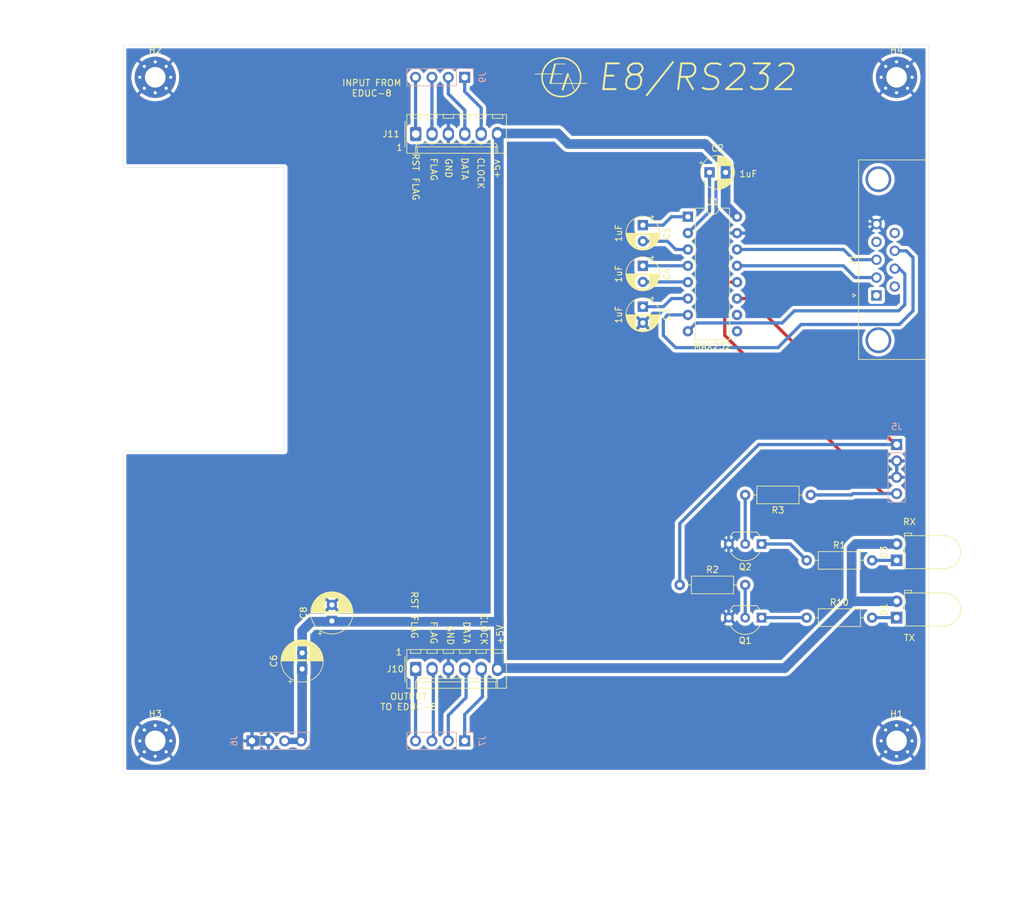
<source format=kicad_pcb>
(kicad_pcb (version 20211014) (generator pcbnew)
  (layers (0 "F.Cu" signal) (31 "B.Cu" signal) (34 "B.Paste" user) (35 "F.Paste" user) (36 "B.SilkS" user "B.Silkscreen") (37 "F.SilkS" user "F.Silkscreen") (38 "B.Mask" user) (39 "F.Mask" user) (44 "Edge.Cuts" user))
  (net 0 "")
  (net 2 "Net-(D1-Pad1)")
  (net 3 "+5V")
  (net 4 "GND")
  (net 5 "Net-(C1-Pad1)")
  (net 6 "Net-(C2-Pad1)")
  (net 7 "RX")
  (net 8 "TX")
  (net 9 "Net-(C4-Pad1)")
  (net 10 "rst")
  (net 11 "flag")
  (net 12 "data")
  (net 13 "clock")
  (net 14 "I_rst")
  (net 15 "I_flag")
  (net 16 "I_data")
  (net 17 "I_clock")
  (net 19 "Net-(C1-Pad2)")
  (net 20 "Net-(C3-Pad1)")
  (net 21 "Net-(C4-Pad2)")
  (net 22 "CTS")
  (net 23 "RTS")
  (net 25 "TX_D")
  (net 26 "RX_D")
  (net 30 "Net-(D3-Pad1)")
  (net 31 "Net-(Q1-Pad1)")
  (net 32 "Net-(Q1-Pad2)")
  (net 33 "Net-(Q2-Pad1)")
  (net 34 "Net-(Q2-Pad2)")
  (footprint "MountingHole:MountingHole_3.2mm_M3_Pad_Via" (layer "F.Cu") (at 150 128)
    (fp_text reference "H1" (at 0 -4.2) (layer "F.SilkS"))
    (fp_text value "M3")
    (pad "1" thru_hole circle locked (at 1.697056 -1.697056) (size 0.8 0.8) (drill 0.5) (layers *.Cu *.Mask) (net 4 "GND"))
    (pad "1" thru_hole circle locked (at 0 0) (size 6.4 6.4) (drill 3.2) (layers *.Cu *.Mask) (net 4 "GND"))
    (pad "1" thru_hole circle locked (at 2.4 0) (size 0.8 0.8) (drill 0.5) (layers *.Cu *.Mask) (net 4 "GND"))
    (pad "1" thru_hole circle locked (at 0 -2.4) (size 0.8 0.8) (drill 0.5) (layers *.Cu *.Mask) (net 4 "GND"))
    (pad "1" thru_hole circle locked (at -1.697056 -1.697056) (size 0.8 0.8) (drill 0.5) (layers *.Cu *.Mask) (net 4 "GND"))
    (pad "1" thru_hole circle locked (at 0 2.4) (size 0.8 0.8) (drill 0.5) (layers *.Cu *.Mask) (net 4 "GND"))
    (pad "1" thru_hole circle locked (at 1.697056 1.697056) (size 0.8 0.8) (drill 0.5) (layers *.Cu *.Mask) (net 4 "GND"))
    (pad "1" thru_hole circle locked (at -1.697056 1.697056) (size 0.8 0.8) (drill 0.5) (layers *.Cu *.Mask) (net 4 "GND"))
    (pad "1" thru_hole circle locked (at -2.4 0) (size 0.8 0.8) (drill 0.5) (layers *.Cu *.Mask) (net 4 "GND"))
  )
  (footprint "MountingHole:MountingHole_3.2mm_M3_Pad_Via" (layer "F.Cu") (at 35 25)
    (fp_text reference "H2" (at 0 -4.2) (layer "F.SilkS"))
    (fp_text value "M3")
    (pad "1" thru_hole circle locked (at 2.4 0) (size 0.8 0.8) (drill 0.5) (layers *.Cu *.Mask) (net 4 "GND"))
    (pad "1" thru_hole circle locked (at 1.697056 1.697056) (size 0.8 0.8) (drill 0.5) (layers *.Cu *.Mask) (net 4 "GND"))
    (pad "1" thru_hole circle locked (at 0 2.4) (size 0.8 0.8) (drill 0.5) (layers *.Cu *.Mask) (net 4 "GND"))
    (pad "1" thru_hole circle locked (at -1.697056 -1.697056) (size 0.8 0.8) (drill 0.5) (layers *.Cu *.Mask) (net 4 "GND"))
    (pad "1" thru_hole circle locked (at -1.697056 1.697056) (size 0.8 0.8) (drill 0.5) (layers *.Cu *.Mask) (net 4 "GND"))
    (pad "1" thru_hole circle locked (at 0 0) (size 6.4 6.4) (drill 3.2) (layers *.Cu *.Mask) (net 4 "GND"))
    (pad "1" thru_hole circle locked (at -2.4 0) (size 0.8 0.8) (drill 0.5) (layers *.Cu *.Mask) (net 4 "GND"))
    (pad "1" thru_hole circle locked (at 1.697056 -1.697056) (size 0.8 0.8) (drill 0.5) (layers *.Cu *.Mask) (net 4 "GND"))
    (pad "1" thru_hole circle locked (at 0 -2.4) (size 0.8 0.8) (drill 0.5) (layers *.Cu *.Mask) (net 4 "GND"))
  )
  (footprint "MountingHole:MountingHole_3.2mm_M3_Pad_Via" (layer "F.Cu") (at 150 25)
    (fp_text reference "H4" (at 0 -4.2) (layer "F.SilkS"))
    (fp_text value "M3")
    (pad "1" thru_hole circle locked (at -1.697056 1.697056) (size 0.8 0.8) (drill 0.5) (layers *.Cu *.Mask) (net 4 "GND"))
    (pad "1" thru_hole circle locked (at -1.697056 -1.697056) (size 0.8 0.8) (drill 0.5) (layers *.Cu *.Mask) (net 4 "GND"))
    (pad "1" thru_hole circle locked (at 2.4 0) (size 0.8 0.8) (drill 0.5) (layers *.Cu *.Mask) (net 4 "GND"))
    (pad "1" thru_hole circle locked (at -2.4 0) (size 0.8 0.8) (drill 0.5) (layers *.Cu *.Mask) (net 4 "GND"))
    (pad "1" thru_hole circle locked (at 1.697056 -1.697056) (size 0.8 0.8) (drill 0.5) (layers *.Cu *.Mask) (net 4 "GND"))
    (pad "1" thru_hole circle locked (at 0 2.4) (size 0.8 0.8) (drill 0.5) (layers *.Cu *.Mask) (net 4 "GND"))
    (pad "1" thru_hole circle locked (at 0 0) (size 6.4 6.4) (drill 3.2) (layers *.Cu *.Mask) (net 4 "GND"))
    (pad "1" thru_hole circle locked (at 0 -2.4) (size 0.8 0.8) (drill 0.5) (layers *.Cu *.Mask) (net 4 "GND"))
    (pad "1" thru_hole circle locked (at 1.697056 1.697056) (size 0.8 0.8) (drill 0.5) (layers *.Cu *.Mask) (net 4 "GND"))
  )
  (footprint "Capacitor_THT:CP_Radial_D5.0mm_P2.50mm" (layer "F.Cu") (at 110.645 47.95 -90)
    (fp_text reference "C1" (at 1.25 -3.75 90) (layer "F.SilkS"))
    (fp_text value "1uF" (at 1.25 3.75 90) (layer "F.SilkS"))
    (pad "1" thru_hole rect locked (at 0 0 270) (size 1.6 1.6) (drill 0.8) (layers *.Cu *.Mask) (net 5 "Net-(C1-Pad1)"))
    (pad "2" thru_hole circle locked (at 2.5 0 270) (size 1.6 1.6) (drill 0.8) (layers *.Cu *.Mask) (net 19 "Net-(C1-Pad2)"))
  )
  (footprint "Capacitor_THT:CP_Radial_D5.0mm_P2.50mm" (layer "F.Cu") (at 120.98 39.755)
    (fp_text reference "C2" (at 1.25 -3.75) (layer "F.SilkS"))
    (fp_text value "1uF" (at 6.02 0.245) (layer "F.SilkS"))
    (pad "1" thru_hole rect locked (at 0 0) (size 1.6 1.6) (drill 0.8) (layers *.Cu *.Mask) (net 6 "Net-(C2-Pad1)"))
    (pad "2" thru_hole circle locked (at 2.5 0) (size 1.6 1.6) (drill 0.8) (layers *.Cu *.Mask) (net 3 "+5V"))
  )
  (footprint "Capacitor_THT:CP_Radial_D5.0mm_P2.50mm" (layer "F.Cu") (at 110.645 54.26 -90)
    (fp_text reference "C4" (at 1.25 -3.75 90) (layer "F.SilkS"))
    (fp_text value "1uF" (at 1.25 3.75 90) (layer "F.SilkS"))
    (pad "1" thru_hole rect locked (at 0 0 270) (size 1.6 1.6) (drill 0.8) (layers *.Cu *.Mask) (net 9 "Net-(C4-Pad1)"))
    (pad "2" thru_hole circle locked (at 2.5 0 270) (size 1.6 1.6) (drill 0.8) (layers *.Cu *.Mask) (net 21 "Net-(C4-Pad2)"))
  )
  (footprint "Connector_Dsub:DSUB-9_Male_Horizontal_P2.77x2.84mm_EdgePinOffset4.94mm_Housed_MountingHolesOffset7.48mm" (layer "F.Cu") (at 146.88 58.855 90)
    (fp_text reference "J1" (at 5.54 -3.7 90) (layer "F.SilkS"))
    (fp_text value "DB9_Male")
    (pad "0" thru_hole circle locked (at -6.96 0.3 90) (size 4 4) (drill 3.2) (layers *.Cu *.Mask))
    (pad "0" thru_hole circle locked (at 18.04 0.3 90) (size 4 4) (drill 3.2) (layers *.Cu *.Mask))
    (pad "1" thru_hole rect locked (at 0 0 90) (size 1.6 1.6) (drill 1) (layers *.Cu *.Mask))
    (pad "2" thru_hole circle locked (at 2.77 0 90) (size 1.6 1.6) (drill 1) (layers *.Cu *.Mask) (net 26 "RX_D"))
    (pad "3" thru_hole circle locked (at 5.54 0 90) (size 1.6 1.6) (drill 1) (layers *.Cu *.Mask) (net 25 "TX_D"))
    (pad "4" thru_hole circle locked (at 8.31 0 90) (size 1.6 1.6) (drill 1) (layers *.Cu *.Mask))
    (pad "5" thru_hole circle locked (at 11.08 0 90) (size 1.6 1.6) (drill 1) (layers *.Cu *.Mask) (net 4 "GND"))
    (pad "6" thru_hole circle locked (at 1.385 2.84 90) (size 1.6 1.6) (drill 1) (layers *.Cu *.Mask))
    (pad "7" thru_hole circle locked (at 4.155 2.84 90) (size 1.6 1.6) (drill 1) (layers *.Cu *.Mask) (net 23 "RTS"))
    (pad "8" thru_hole circle locked (at 6.925 2.84 90) (size 1.6 1.6) (drill 1) (layers *.Cu *.Mask) (net 22 "CTS"))
    (pad "9" thru_hole circle locked (at 9.695 2.84 90) (size 1.6 1.6) (drill 1) (layers *.Cu *.Mask))
  )
  (footprint "Package_DIP:DIP-16_W7.62mm" (layer "F.Cu") (at 117.63 46.64)
    (fp_text reference "U1" (at 3.81 -2.33) (layer "F.SilkS"))
    (fp_text value "MAX232" (at 3.81 20.11) (layer "F.SilkS"))
    (pad "1" thru_hole rect locked (at 0 0) (size 1.6 1.6) (drill 0.8) (layers *.Cu *.Mask) (net 5 "Net-(C1-Pad1)"))
    (pad "2" thru_hole oval locked (at 0 2.54) (size 1.6 1.6) (drill 0.8) (layers *.Cu *.Mask) (net 6 "Net-(C2-Pad1)"))
    (pad "3" thru_hole oval locked (at 0 5.08) (size 1.6 1.6) (drill 0.8) (layers *.Cu *.Mask) (net 19 "Net-(C1-Pad2)"))
    (pad "4" thru_hole oval locked (at 0 7.62) (size 1.6 1.6) (drill 0.8) (layers *.Cu *.Mask) (net 9 "Net-(C4-Pad1)"))
    (pad "5" thru_hole oval locked (at 0 10.16) (size 1.6 1.6) (drill 0.8) (layers *.Cu *.Mask) (net 21 "Net-(C4-Pad2)"))
    (pad "6" thru_hole oval locked (at 0 12.7) (size 1.6 1.6) (drill 0.8) (layers *.Cu *.Mask) (net 20 "Net-(C3-Pad1)"))
    (pad "7" thru_hole oval locked (at 0 15.24) (size 1.6 1.6) (drill 0.8) (layers *.Cu *.Mask) (net 22 "CTS"))
    (pad "8" thru_hole oval locked (at 0 17.78) (size 1.6 1.6) (drill 0.8) (layers *.Cu *.Mask) (net 23 "RTS"))
    (pad "9" thru_hole oval locked (at 7.62 17.78) (size 1.6 1.6) (drill 0.8) (layers *.Cu *.Mask))
    (pad "10" thru_hole oval locked (at 7.62 15.24) (size 1.6 1.6) (drill 0.8) (layers *.Cu *.Mask))
    (pad "11" thru_hole oval locked (at 7.62 12.7) (size 1.6 1.6) (drill 0.8) (layers *.Cu *.Mask) (net 8 "TX"))
    (pad "12" thru_hole oval locked (at 7.62 10.16) (size 1.6 1.6) (drill 0.8) (layers *.Cu *.Mask) (net 7 "RX"))
    (pad "13" thru_hole oval locked (at 7.62 7.62) (size 1.6 1.6) (drill 0.8) (layers *.Cu *.Mask) (net 26 "RX_D"))
    (pad "14" thru_hole oval locked (at 7.62 5.08) (size 1.6 1.6) (drill 0.8) (layers *.Cu *.Mask) (net 25 "TX_D"))
    (pad "15" thru_hole oval locked (at 7.62 2.54) (size 1.6 1.6) (drill 0.8) (layers *.Cu *.Mask) (net 4 "GND"))
    (pad "16" thru_hole oval locked (at 7.62 0) (size 1.6 1.6) (drill 0.8) (layers *.Cu *.Mask) (net 3 "+5V"))
  )
  (footprint "Capacitor_THT:CP_Radial_D5.0mm_P2.50mm" (layer "F.Cu") (at 110.645 60.61 -90)
    (fp_text reference "C3" (at 1.25 -3.75 90) (layer "F.SilkS"))
    (fp_text value "1uF" (at 1.25 3.75 -90) (layer "F.SilkS"))
    (pad "1" thru_hole rect locked (at 0 0 270) (size 1.6 1.6) (drill 0.8) (layers *.Cu *.Mask) (net 20 "Net-(C3-Pad1)"))
    (pad "2" thru_hole circle locked (at 2.5 0 270) (size 1.6 1.6) (drill 0.8) (layers *.Cu *.Mask) (net 4 "GND"))
  )
  (footprint "LED_THT:LED_D5.0mm_Horizontal_O1.27mm_Z3.0mm" (layer "F.Cu") (at 150.015 108.87 90)
    (fp_text reference "D1" (at 1.27 -1.96 90) (layer "F.SilkS"))
    (fp_text value "LED")
    (pad "1" thru_hole rect locked (at 0 0 90) (size 1.8 1.8) (drill 0.9) (layers *.Cu *.Mask) (net 2 "Net-(D1-Pad1)"))
    (pad "2" thru_hole circle locked (at 2.54 0 90) (size 1.8 1.8) (drill 0.9) (layers *.Cu *.Mask) (net 3 "+5V"))
  )
  (footprint "LED_THT:LED_D5.0mm_Horizontal_O1.27mm_Z3.0mm" (layer "F.Cu") (at 150.015 99.98 90)
    (fp_text reference "D3" (at 1.27 -1.96 90) (layer "F.SilkS"))
    (fp_text value "LED")
    (pad "1" thru_hole rect locked (at 0 0 90) (size 1.8 1.8) (drill 0.9) (layers *.Cu *.Mask) (net 30 "Net-(D3-Pad1)"))
    (pad "2" thru_hole circle locked (at 2.54 0 90) (size 1.8 1.8) (drill 0.9) (layers *.Cu *.Mask) (net 3 "+5V"))
  )
  (footprint "Package_TO_SOT_THT:TO-92_Inline_Wide" (layer "F.Cu") (at 129.06 108.87 180)
    (fp_text reference "Q1" (at 2.54 -3.56) (layer "F.SilkS"))
    (fp_text value "BC548")
    (pad "1" thru_hole rect locked (at 0 0 180) (size 1.5 1.5) (drill 0.8) (layers *.Cu *.Mask) (net 31 "Net-(Q1-Pad1)"))
    (pad "2" thru_hole circle locked (at 2.54 0 180) (size 1.5 1.5) (drill 0.8) (layers *.Cu *.Mask) (net 32 "Net-(Q1-Pad2)"))
    (pad "3" thru_hole circle locked (at 5.08 0 180) (size 1.5 1.5) (drill 0.8) (layers *.Cu *.Mask) (net 4 "GND"))
  )
  (footprint "Package_TO_SOT_THT:TO-92_Inline_Wide" (layer "F.Cu") (at 129.06 97.44 180)
    (fp_text reference "Q2" (at 2.54 -3.56) (layer "F.SilkS"))
    (fp_text value "BC548")
    (pad "1" thru_hole rect locked (at 0 0 180) (size 1.5 1.5) (drill 0.8) (layers *.Cu *.Mask) (net 33 "Net-(Q2-Pad1)"))
    (pad "2" thru_hole circle locked (at 2.54 0 180) (size 1.5 1.5) (drill 0.8) (layers *.Cu *.Mask) (net 34 "Net-(Q2-Pad2)"))
    (pad "3" thru_hole circle locked (at 5.08 0 180) (size 1.5 1.5) (drill 0.8) (layers *.Cu *.Mask) (net 4 "GND"))
  )
  (footprint "Resistor_THT:R_Axial_DIN0207_L6.3mm_D2.5mm_P10.16mm_Horizontal" (layer "F.Cu") (at 136.045 99.98)
    (fp_text reference "R1" (at 5.08 -2.37) (layer "F.SilkS"))
    (fp_text value "180R")
    (pad "1" thru_hole circle locked (at 0 0) (size 1.6 1.6) (drill 0.8) (layers *.Cu *.Mask) (net 33 "Net-(Q2-Pad1)"))
    (pad "2" thru_hole oval locked (at 10.16 0) (size 1.6 1.6) (drill 0.8) (layers *.Cu *.Mask) (net 30 "Net-(D3-Pad1)"))
  )
  (footprint "Resistor_THT:R_Axial_DIN0207_L6.3mm_D2.5mm_P10.16mm_Horizontal" (layer "F.Cu") (at 116.36 103.79)
    (fp_text reference "R2" (at 5.08 -2.37) (layer "F.SilkS"))
    (fp_text value "4k7")
    (pad "1" thru_hole circle locked (at 0 0) (size 1.6 1.6) (drill 0.8) (layers *.Cu *.Mask) (net 8 "TX"))
    (pad "2" thru_hole oval locked (at 10.16 0) (size 1.6 1.6) (drill 0.8) (layers *.Cu *.Mask) (net 32 "Net-(Q1-Pad2)"))
  )
  (footprint "Resistor_THT:R_Axial_DIN0207_L6.3mm_D2.5mm_P10.16mm_Horizontal" (layer "F.Cu") (at 136.68 89.82 180)
    (fp_text reference "R3" (at 5.08 -2.37) (layer "F.SilkS"))
    (fp_text value "4k7")
    (pad "1" thru_hole circle locked (at 0 0 180) (size 1.6 1.6) (drill 0.8) (layers *.Cu *.Mask) (net 7 "RX"))
    (pad "2" thru_hole oval locked (at 10.16 0 180) (size 1.6 1.6) (drill 0.8) (layers *.Cu *.Mask) (net 34 "Net-(Q2-Pad2)"))
  )
  (footprint "Resistor_THT:R_Axial_DIN0207_L6.3mm_D2.5mm_P10.16mm_Horizontal" (layer "F.Cu") (at 136.045 108.87)
    (fp_text reference "R10" (at 5.08 -2.37) (layer "F.SilkS"))
    (fp_text value "180R")
    (pad "1" thru_hole circle locked (at 0 0) (size 1.6 1.6) (drill 0.8) (layers *.Cu *.Mask) (net 31 "Net-(Q1-Pad1)"))
    (pad "2" thru_hole oval locked (at 10.16 0) (size 1.6 1.6) (drill 0.8) (layers *.Cu *.Mask) (net 2 "Net-(D1-Pad1)"))
  )
  (footprint "Connector_Molex:Molex_KK-254_AE-6410-06A_1x06_P2.54mm_Vertical" (layer "F.Cu") (at 75.4 116.84)
    (fp_text reference "J10" (at -3.175 0) (layer "F.SilkS"))
    (fp_text value "Conn_01x06_Male")
    (pad "1" thru_hole roundrect locked (at 0 0) (size 1.74 2.19) (drill 1.19) (layers *.Cu *.Mask) (roundrect_rratio 0.1436775862) (net 14 "I_rst"))
    (pad "2" thru_hole oval locked (at 2.54 0) (size 1.74 2.19) (drill 1.19) (layers *.Cu *.Mask) (net 15 "I_flag"))
    (pad "3" thru_hole oval locked (at 5.08 0) (size 1.74 2.19) (drill 1.19) (layers *.Cu *.Mask) (net 4 "GND"))
    (pad "4" thru_hole oval locked (at 7.62 0) (size 1.74 2.19) (drill 1.19) (layers *.Cu *.Mask) (net 16 "I_data"))
    (pad "5" thru_hole oval locked (at 10.16 0) (size 1.74 2.19) (drill 1.19) (layers *.Cu *.Mask) (net 17 "I_clock"))
    (pad "6" thru_hole oval locked (at 12.7 0) (size 1.74 2.19) (drill 1.19) (layers *.Cu *.Mask) (net 3 "+5V"))
  )
  (footprint "Connector_Molex:Molex_KK-254_AE-6410-06A_1x06_P2.54mm_Vertical" (layer "F.Cu") (at 75.4 33.8)
    (fp_text reference "J11" (at -3.81 0) (layer "F.SilkS"))
    (fp_text value "Conn_01x06_Male")
    (pad "1" thru_hole roundrect locked (at 0 0) (size 1.74 2.19) (drill 1.19) (layers *.Cu *.Mask) (roundrect_rratio 0.1436775862) (net 10 "rst"))
    (pad "2" thru_hole oval locked (at 2.54 0) (size 1.74 2.19) (drill 1.19) (layers *.Cu *.Mask) (net 11 "flag"))
    (pad "3" thru_hole oval locked (at 5.08 0) (size 1.74 2.19) (drill 1.19) (layers *.Cu *.Mask) (net 4 "GND"))
    (pad "4" thru_hole oval locked (at 7.62 0) (size 1.74 2.19) (drill 1.19) (layers *.Cu *.Mask) (net 12 "data"))
    (pad "5" thru_hole oval locked (at 10.16 0) (size 1.74 2.19) (drill 1.19) (layers *.Cu *.Mask) (net 13 "clock"))
    (pad "6" thru_hole oval locked (at 12.7 0) (size 1.74 2.19) (drill 1.19) (layers *.Cu *.Mask) (net 3 "+5V"))
  )
  (footprint "EDUC-8:EA_Symbol" (layer "F.Cu") (at 98 25)
    (fp_text reference "REF**" hide)
    (fp_text value "EA_Symbol" hide)
  )
  (footprint "Capacitor_THT:CP_Radial_D6.3mm_P2.50mm" (layer "F.Cu") (at 57.785 116.84 90)
    (fp_text reference "C6" (at 1.25 -4.4 90) (layer "F.SilkS"))
    (fp_text value "4.7uF")
    (pad "1" thru_hole rect (at 0 0 90) (size 1.6 1.6) (drill 0.8) (layers *.Cu *.Mask) (net 3 "+5V"))
    (pad "2" thru_hole circle (at 2.5 0 90) (size 1.6 1.6) (drill 0.8) (layers *.Cu *.Mask) (net 4 "GND"))
  )
  (footprint "Capacitor_THT:CP_Radial_D6.3mm_P2.50mm" (layer "F.Cu") (at 62.4 109.38238 90)
    (fp_text reference "C8" (at 1.25 -4.4 90) (layer "F.SilkS"))
    (fp_text value "4.7uF")
    (pad "1" thru_hole rect (at 0 0 90) (size 1.6 1.6) (drill 0.8) (layers *.Cu *.Mask) (net 3 "+5V"))
    (pad "2" thru_hole circle (at 2.5 0 90) (size 1.6 1.6) (drill 0.8) (layers *.Cu *.Mask) (net 4 "GND"))
  )
  (footprint "MountingHole:MountingHole_3.2mm_M3_Pad_Via" (layer "F.Cu") (at 35 128)
    (fp_text reference "H3" (at 0 -4.2) (layer "F.SilkS"))
    (fp_text value "M3")
    (pad "1" thru_hole circle locked (at 0 2.4) (size 0.8 0.8) (drill 0.5) (layers *.Cu *.Mask) (net 4 "GND"))
    (pad "1" thru_hole circle locked (at -1.697056 1.697056) (size 0.8 0.8) (drill 0.5) (layers *.Cu *.Mask) (net 4 "GND"))
    (pad "1" thru_hole circle locked (at 0 -2.4) (size 0.8 0.8) (drill 0.5) (layers *.Cu *.Mask) (net 4 "GND"))
    (pad "1" thru_hole circle locked (at -2.4 0) (size 0.8 0.8) (drill 0.5) (layers *.Cu *.Mask) (net 4 "GND"))
    (pad "1" thru_hole circle locked (at -1.697056 -1.697056) (size 0.8 0.8) (drill 0.5) (layers *.Cu *.Mask) (net 4 "GND"))
    (pad "1" thru_hole circle locked (at 0 0) (size 6.4 6.4) (drill 3.2) (layers *.Cu *.Mask) (net 4 "GND"))
    (pad "1" thru_hole circle locked (at 1.697056 -1.697056) (size 0.8 0.8) (drill 0.5) (layers *.Cu *.Mask) (net 4 "GND"))
    (pad "1" thru_hole circle locked (at 2.4 0) (size 0.8 0.8) (drill 0.5) (layers *.Cu *.Mask) (net 4 "GND"))
    (pad "1" thru_hole circle locked (at 1.697056 1.697056) (size 0.8 0.8) (drill 0.5) (layers *.Cu *.Mask) (net 4 "GND"))
  )
  (footprint "Connector_PinSocket_2.54mm:PinSocket_1x04_P2.54mm_Vertical" (layer "B.Cu") (at 50 128 -90)
    (fp_text reference "J6" (at 0 2.77 -90) (layer "B.SilkS") (effects (justify mirror)))
    (fp_text value "Conn_01x04_Female")
    (pad "1" thru_hole rect locked (at 0 0 270) (size 1.7 1.7) (drill 1) (layers *.Cu *.Mask) (net 4 "GND"))
    (pad "2" thru_hole oval locked (at 0 -2.54 270) (size 1.7 1.7) (drill 1) (layers *.Cu *.Mask) (net 4 "GND"))
    (pad "3" thru_hole oval locked (at 0 -5.08 270) (size 1.7 1.7) (drill 1) (layers *.Cu *.Mask) (net 3 "+5V"))
    (pad "4" thru_hole oval locked (at 0 -7.62 270) (size 1.7 1.7) (drill 1) (layers *.Cu *.Mask) (net 3 "+5V"))
  )
  (footprint "Connector_PinSocket_2.54mm:PinSocket_1x04_P2.54mm_Vertical" (layer "B.Cu") (at 83 128 90)
    (fp_text reference "J7" (at 0 2.77 -90) (layer "B.SilkS") (effects (justify mirror)))
    (fp_text value "Conn_01x04_Female")
    (pad "1" thru_hole rect locked (at 0 0 90) (size 1.7 1.7) (drill 1) (layers *.Cu *.Mask) (net 17 "I_clock"))
    (pad "2" thru_hole oval locked (at 0 -2.54 90) (size 1.7 1.7) (drill 1) (layers *.Cu *.Mask) (net 16 "I_data"))
    (pad "3" thru_hole oval locked (at 0 -5.08 90) (size 1.7 1.7) (drill 1) (layers *.Cu *.Mask) (net 15 "I_flag"))
    (pad "4" thru_hole oval locked (at 0 -7.62 90) (size 1.7 1.7) (drill 1) (layers *.Cu *.Mask) (net 14 "I_rst"))
  )
  (footprint "Connector_PinSocket_2.54mm:PinSocket_1x04_P2.54mm_Vertical" (layer "B.Cu") (at 83 25 90)
    (fp_text reference "J9" (at 0 2.77 -90) (layer "B.SilkS") (effects (justify mirror)))
    (fp_text value "Conn_01x04_Female" hide)
    (pad "1" thru_hole rect locked (at 0 0 90) (size 1.7 1.7) (drill 1) (layers *.Cu *.Mask) (net 13 "clock"))
    (pad "2" thru_hole oval locked (at 0 -2.54 90) (size 1.7 1.7) (drill 1) (layers *.Cu *.Mask) (net 12 "data"))
    (pad "3" thru_hole oval locked (at 0 -5.08 90) (size 1.7 1.7) (drill 1) (layers *.Cu *.Mask) (net 11 "flag"))
    (pad "4" thru_hole oval locked (at 0 -7.62 90) (size 1.7 1.7) (drill 1) (layers *.Cu *.Mask) (net 10 "rst"))
  )
  (footprint "Connector_PinSocket_2.54mm:PinSocket_1x04_P2.54mm_Vertical" (layer "B.Cu") (at 150.015 82 180)
    (fp_text reference "J5" (at 0 2.77) (layer "B.SilkS") (effects (justify mirror)))
    (fp_text value "Conn_01x04_Female")
    (pad "1" thru_hole rect locked (at 0 0 180) (size 1.7 1.7) (drill 1) (layers *.Cu *.Mask) (net 8 "TX"))
    (pad "2" thru_hole oval locked (at 0 -2.54 180) (size 1.7 1.7) (drill 1) (layers *.Cu *.Mask) (net 4 "GND"))
    (pad "3" thru_hole oval locked (at 0 -5.08 180) (size 1.7 1.7) (drill 1) (layers *.Cu *.Mask) (net 4 "GND"))
    (pad "4" thru_hole oval locked (at 0 -7.62 180) (size 1.7 1.7) (drill 1) (layers *.Cu *.Mask) (net 7 "RX"))
  )
  (gr_line (start 30 33) (end 30 20) (layer "Edge.Cuts") (width 0.05))
  (gr_line (start 55 39) (end 55 83) (layer "Edge.Cuts") (width 0.05))
  (gr_line (start 30 83) (end 55 83) (layer "Edge.Cuts") (width 0.05))
  (gr_line (start 155 20) (end 155 133) (layer "Edge.Cuts") (width 0.05))
  (gr_line (start 30 133) (end 30 83) (layer "Edge.Cuts") (width 0.05))
  (gr_line (start 30 33) (end 30 39) (layer "Edge.Cuts") (width 0.05))
  (gr_line (start 30 39) (end 55 39) (layer "Edge.Cuts") (width 0.05))
  (gr_line (start 30 20) (end 155 20) (layer "Edge.Cuts") (width 0.05))
  (gr_line (start 155 133) (end 30 133) (layer "Edge.Cuts") (width 0.05))
  (gr_text "+5V" (at 88 39.2 90) (layer "F.SilkS") (effects (font (size 1 1))))
  (gr_text "RST	FLAG\n\n" (at 74.4 112.2 -90) (layer "F.SilkS") (effects (font (size 1 1)) (justify right)))
  (gr_text "E8/RS232" (at 119 25) (layer "F.SilkS") (effects (font (size 4 4) (thickness 0.3) italic)))
  (gr_text "GND\n" (at 80.8 111.6 270) (layer "F.SilkS") (effects (font (size 1 1))))
  (gr_text "FLAG" (at 78.2 111.2 270) (layer "F.SilkS") (effects (font (size 1 1))))
  (gr_text "DATA" (at 83 39.2 270) (layer "F.SilkS") (effects (font (size 1 1))))
  (gr_text "RST	FLAG\n\n" (at 74.6 44.2 -90) (layer "F.SilkS") (effects (font (size 1 1)) (justify right)))
  (gr_text "FLAG" (at 78.2 39.3 270) (layer "F.SilkS") (effects (font (size 1 1))))
  (gr_text "TX" (at 152 112) (layer "F.SilkS") (effects (font (size 1 1))))
  (gr_text "+5V" (at 88.5 111.5 90) (layer "F.SilkS") (effects (font (size 1 1))))
  (gr_text "DATA" (at 83.3 111.2 270) (layer "F.SilkS") (effects (font (size 1 1))))
  (gr_text "GND\n" (at 80.5 39.1 270) (layer "F.SilkS") (effects (font (size 1 1))))
  (gr_text "OUTPUT\nTO EDUC-8" (at 74.295 121.92) (layer "F.SilkS") (effects (font (size 1 1))))
  (gr_text "CLOCK" (at 85.5 39.9 270) (layer "F.SilkS") (effects (font (size 1 1))))
  (gr_text "1" (at 72.8 114.2) (layer "F.SilkS") (effects (font (size 1 1))))
  (gr_text "1" (at 72.9 35.9) (layer "F.SilkS") (effects (font (size 1 1))))
  (gr_text "CLOCK" (at 86 110.7 270) (layer "F.SilkS") (effects (font (size 1 1))))
  (gr_text "RX" (at 152 94) (layer "F.SilkS") (effects (font (size 1 1))))
  (gr_text "INPUT FROM\nEDUC-8" (at 68.58 26.67) (layer "F.SilkS") (effects (font (size 1 1))))
  (segment (start 146.205 108.87) (end 150.015 108.87) (width 0.5) (layer "B.Cu") (net 2))
  (segment (start 143.03 98.075) (end 143.665 97.44) (width 1.5) (layer "B.Cu") (net 3))
  (segment (start 88.3 34) (end 88.1 33.8) (width 1.5) (layer "B.Cu") (net 3))
  (segment (start 123.48 38.52) (end 120.305 35.345) (width 1.5) (layer "B.Cu") (net 3))
  (segment (start 57.785 123.825) (end 57.785 127.835) (width 1.5) (layer "B.Cu") (net 3))
  (segment (start 132.66 116.7) (end 143.03 106.33) (width 1.5) (layer "B.Cu") (net 3))
  (segment (start 99.08 35.345) (end 97.455 33.72) (width 1.5) (layer "B.Cu") (net 3))
  (segment (start 143.03 106.33) (end 150.015 106.33) (width 1.5) (layer "B.Cu") (net 3))
  (segment (start 57.785 116.84) (end 57.785 123.825) (width 1.5) (layer "B.Cu") (net 3))
  (segment (start 88.3 116.64) (end 88.3 34) (width 1.5) (layer "B.Cu") (net 3))
  (segment (start 123.48 39.755) (end 123.48 44.87) (width 1.5) (layer "B.Cu") (net 3))
  (segment (start 57.785 110.93) (end 59.21 109.505) (width 1.5) (layer "B.Cu") (net 3))
  (segment (start 88.44 116.7) (end 132.66 116.7) (width 1.5) (layer "B.Cu") (net 3))
  (segment (start 143.665 97.44) (end 150.015 97.44) (width 1.5) (layer "B.Cu") (net 3))
  (segment (start 55.08 128) (end 57.62 128) (width 1) (layer "B.Cu") (net 3))
  (segment (start 123.48 44.87) (end 125.25 46.64) (width 1.5) (layer "B.Cu") (net 3))
  (segment (start 120.305 35.345) (end 99.08 35.345) (width 1.5) (layer "B.Cu") (net 3))
  (segment (start 59.21 109.505) (end 88.305 109.505) (width 1.5) (layer "B.Cu") (net 3))
  (segment (start 97.455 33.72) (end 88.18 33.72) (width 1.5) (layer "B.Cu") (net 3))
  (segment (start 57.785 127.835) (end 57.62 128) (width 1.5) (layer "B.Cu") (net 3))
  (segment (start 57.54 127.92) (end 57.62 128) (width 1) (layer "B.Cu") (net 3))
  (segment (start 88.18 33.72) (end 88.1 33.8) (width 1.5) (layer "B.Cu") (net 3))
  (segment (start 123.48 39.755) (end 123.48 38.52) (width 1.5) (layer "B.Cu") (net 3))
  (segment (start 143.03 106.33) (end 143.03 98.075) (width 1.5) (layer "B.Cu") (net 3))
  (segment (start 88.305 109.505) (end 88.3 109.51) (width 1.5) (layer "B.Cu") (net 3))
  (segment (start 57.785 116.84) (end 57.785 110.93) (width 1.5) (layer "B.Cu") (net 3))
  (segment (start 88.1 116.84) (end 88.3 116.64) (width 1.5) (layer "B.Cu") (net 3))
  (segment (start 123.98 97.44) (end 123.98 89.82) (width 0.5) (layer "B.Cu") (net 4))
  (segment (start 126.72 87.08) (end 150.015 87.08) (width 0.5) (layer "B.Cu") (net 4))
  (segment (start 52.705 127.835) (end 52.54 128) (width 1.5) (layer "B.Cu") (net 4))
  (segment (start 52.54 128) (end 50 128) (width 1.5) (layer "B.Cu") (net 4))
  (segment (start 123.98 89.82) (end 126.72 87.08) (width 0.5) (layer "B.Cu") (net 4))
  (segment (start 133.505 49.18) (end 134.91 47.775) (width 0.5) (layer "B.Cu") (net 4))
  (segment (start 134.91 47.775) (end 146.88 47.775) (width 0.5) (layer "B.Cu") (net 4))
  (segment (start 123.98 97.44) (end 123.98 108.87) (width 0.5) (layer "B.Cu") (net 4))
  (segment (start 125.25 49.18) (end 133.505 49.18) (width 0.5) (layer "B.Cu") (net 4))
  (segment (start 115.09 46.64) (end 117.63 46.64) (width 0.5) (layer "B.Cu") (net 5))
  (segment (start 110.645 47.95) (end 113.78 47.95) (width 0.5) (layer "B.Cu") (net 5))
  (segment (start 113.78 47.95) (end 115.09 46.64) (width 0.5) (layer "B.Cu") (net 5))
  (segment (start 120.98 45.83) (end 117.63 49.18) (width 0.5) (layer "B.Cu") (net 6))
  (segment (start 120.98 39.755) (end 120.98 45.83) (width 0.5) (layer "B.Cu") (net 6))
  (segment (start 147.91 89.62) (end 123.345 65.055) (width 0.5) (layer "F.Cu") (net 7))
  (segment (start 123.98 56.8) (end 125.25 56.8) (width 0.5) (layer "F.Cu") (net 7))
  (segment (start 150.015 89.62) (end 147.91 89.62) (width 0.5) (layer "F.Cu") (net 7))
  (segment (start 123.345 65.055) (end 123.345 57.435) (width 0.5) (layer "F.Cu") (net 7))
  (segment (start 123.345 57.435) (end 123.98 56.8) (width 0.5) (layer "F.Cu") (net 7))
  (segment (start 143.03 89.82) (end 143.23 89.62) (width 0.5) (layer "B.Cu") (net 7))
  (segment (start 143.23 89.62) (end 150.015 89.62) (width 0.5) (layer "B.Cu") (net 7))
  (segment (start 136.68 89.82) (end 143.03 89.82) (width 0.5) (layer "B.Cu") (net 7))
  (segment (start 127.155 59.34) (end 125.25 59.34) (width 0.5) (layer "F.Cu") (net 8))
  (segment (start 149.815 82) (end 127.155 59.34) (width 0.5) (layer "F.Cu") (net 8))
  (segment (start 150.015 82) (end 149.815 82) (width 0.5) (layer "F.Cu") (net 8))
  (segment (start 116.36 94.265) (end 116.36 103.79) (width 0.5) (layer "B.Cu") (net 8))
  (segment (start 128.625 82) (end 116.36 94.265) (width 0.5) (layer "B.Cu") (net 8))
  (segment (start 150.015 82) (end 128.625 82) (width 0.5) (layer "B.Cu") (net 8))
  (segment (start 110.645 54.26) (end 117.63 54.26) (width 0.5) (layer "B.Cu") (net 9))
  (segment (start 75.38 33.78) (end 75.4 33.8) (width 0.5) (layer "B.Cu") (net 10))
  (segment (start 75.38 25) (end 75.38 33.78) (width 0.5) (layer "B.Cu") (net 10))
  (segment (start 77.92 33.78) (end 77.94 33.8) (width 0.5) (layer "B.Cu") (net 11))
  (segment (start 77.92 25) (end 77.92 33.78) (width 0.5) (layer "B.Cu") (net 11))
  (segment (start 83.02 30.12) (end 83.02 33.8) (width 0.5) (layer "B.Cu") (net 12))
  (segment (start 80.46 25) (end 80.46 27.56) (width 0.5) (layer "B.Cu") (net 12))
  (segment (start 80.46 27.56) (end 83.02 30.12) (width 0.5) (layer "B.Cu") (net 12))
  (segment (start 83 25) (end 83 27.2) (width 0.5) (layer "B.Cu") (net 13))
  (segment (start 85.56 29.76) (end 85.56 33.8) (width 0.5) (layer "B.Cu") (net 13))
  (segment (start 83 27.2) (end 85.56 29.76) (width 0.5) (layer "B.Cu") (net 13))
  (segment (start 75.38 116.86) (end 75.38 128) (width 0.5) (layer "B.Cu") (net 14))
  (segment (start 75.4 116.84) (end 75.38 116.86) (width 0.5) (layer "B.Cu") (net 14))
  (segment (start 75.565 127.815) (end 75.38 128) (width 0.5) (layer "B.Cu") (net 14))
  (segment (start 77.94 116.84) (end 78.14 117.04) (width 0.5) (layer "B.Cu") (net 15))
  (segment (start 78.14 117.04) (end 78.14 127.78) (width 0.5) (layer "B.Cu") (net 15))
  (segment (start 78.14 127.78) (end 77.92 128) (width 0.5) (layer "B.Cu") (net 15))
  (segment (start 80.46 124.04) (end 80.46 128) (width 0.5) (layer "B.Cu") (net 16))
  (segment (start 83.02 116.84) (end 83.22 117.04) (width 0.5) (layer "B.Cu") (net 16))
  (segment (start 83.22 121.28) (end 80.46 124.04) (width 0.5) (layer "B.Cu") (net 16))
  (segment (start 80.645 127.815) (end 80.46 128) (width 0.5) (layer "B.Cu") (net 16))
  (segment (start 83.22 117.04) (end 83.22 121.28) (width 0.5) (layer "B.Cu") (net 16))
  (segment (start 85.76 117.04) (end 85.76 121.14) (width 0.5) (layer "B.Cu") (net 17))
  (segment (start 83 123.9) (end 83 128) (width 0.5) (layer "B.Cu") (net 17))
  (segment (start 85.56 116.84) (end 85.76 117.04) (width 0.5) (layer "B.Cu") (net 17))
  (segment (start 85.76 121.14) (end 83 123.9) (width 0.5) (layer "B.Cu") (net 17))
  (segment (start 114.455 50.45) (end 115.725 51.72) (width 0.5) (layer "B.Cu") (net 19))
  (segment (start 110.645 50.45) (end 114.455 50.45) (width 0.5) (layer "B.Cu") (net 19))
  (segment (start 115.725 51.72) (end 117.63 51.72) (width 0.5) (layer "B.Cu") (net 19))
  (segment (start 113.82 60.61) (end 115.09 59.34) (width 0.5) (layer "B.Cu") (net 20))
  (segment (start 110.645 60.61) (end 113.82 60.61) (width 0.5) (layer "B.Cu") (net 20))
  (segment (start 115.09 59.34) (end 117.63 59.34) (width 0.5) (layer "B.Cu") (net 20))
  (segment (start 110.645 56.76) (end 117.59 56.76) (width 0.5) (layer "B.Cu") (net 21))
  (segment (start 117.59 56.76) (end 117.63 56.8) (width 0.5) (layer "B.Cu") (net 21))
  (segment (start 113.82 62.515) (end 114.455 61.88) (width 0.5) (layer "B.Cu") (net 22))
  (segment (start 113.82 65.055) (end 113.82 62.515) (width 0.5) (layer "B.Cu") (net 22))
  (segment (start 152.555 52.99) (end 152.555 61.245) (width 0.5) (layer "B.Cu") (net 22))
  (segment (start 150.435001 63.364999) (end 135.195001 63.364999) (width 0.5) (layer "B.Cu") (net 22))
  (segment (start 149.72 51.93) (end 151.495 51.93) (width 0.5) (layer "B.Cu") (net 22))
  (segment (start 135.195001 63.364999) (end 131.6 66.96) (width 0.5) (layer "B.Cu") (net 22))
  (segment (start 151.495 51.93) (end 152.555 52.99) (width 0.5) (layer "B.Cu") (net 22))
  (segment (start 115.725 66.96) (end 113.82 65.055) (width 0.5) (layer "B.Cu") (net 22))
  (segment (start 152.555 61.245) (end 150.435001 63.364999) (width 0.5) (layer "B.Cu") (net 22))
  (segment (start 131.6 66.96) (end 115.725 66.96) (width 0.5) (layer "B.Cu") (net 22))
  (segment (start 114.455 61.88) (end 117.63 61.88) (width 0.5) (layer "B.Cu") (net 22))
  (segment (start 118.919999 63.130001) (end 118.429999 63.620001) (width 0.5) (layer "B.Cu") (net 23))
  (segment (start 118.429999 63.620001) (end 117.63 64.42) (width 0.5) (layer "B.Cu") (net 23))
  (segment (start 132.254999 63.130001) (end 118.919999 63.130001) (width 0.5) (layer "B.Cu") (net 23))
  (segment (start 134.14 61.245) (end 132.254999 63.130001) (width 0.5) (layer "B.Cu") (net 23))
  (segment (start 151.285 60.286037) (end 150.326037 61.245) (width 0.5) (layer "B.Cu") (net 23))
  (segment (start 151.285 55.53) (end 151.285 60.286037) (width 0.5) (layer "B.Cu") (net 23))
  (segment (start 150.455 54.7) (end 151.285 55.53) (width 0.5) (layer "B.Cu") (net 23))
  (segment (start 150.326037 61.245) (end 134.14 61.245) (width 0.5) (layer "B.Cu") (net 23))
  (segment (start 149.72 54.7) (end 150.455 54.7) (width 0.5) (layer "B.Cu") (net 23))
  (segment (start 125.25 51.72) (end 141.76 51.72) (width 0.5) (layer "B.Cu") (net 25))
  (segment (start 143.355 53.315) (end 146.88 53.315) (width 0.5) (layer "B.Cu") (net 25))
  (segment (start 141.76 51.72) (end 143.355 53.315) (width 0.5) (layer "B.Cu") (net 25))
  (segment (start 141.76 54.26) (end 143.585 56.085) (width 0.5) (layer "B.Cu") (net 26))
  (segment (start 125.25 54.26) (end 141.76 54.26) (width 0.5) (layer "B.Cu") (net 26))
  (segment (start 143.585 56.085) (end 146.88 56.085) (width 0.5) (layer "B.Cu") (net 26))
  (segment (start 146.205 99.98) (end 150.015 99.98) (width 0.5) (layer "B.Cu") (net 30))
  (segment (start 129.06 108.87) (end 136.045 108.87) (width 0.5) (layer "B.Cu") (net 31))
  (segment (start 126.52 108.87) (end 126.52 103.79) (width 0.5) (layer "B.Cu") (net 32))
  (segment (start 133.505 97.44) (end 136.045 99.98) (width 0.5) (layer "B.Cu") (net 33))
  (segment (start 129.06 97.44) (end 133.505 97.44) (width 0.5) (layer "B.Cu") (net 33))
  (segment (start 126.52 89.82) (end 126.52 92.36) (width 0.5) (layer "B.Cu") (net 34))
  (segment (start 126.52 92.36) (end 126.52 97.44) (width 0.5) (layer "B.Cu") (net 34))
  (zone (net 4) (net_name "GND") (layer "B.Cu") (connect_pads (clearance 0.508)) (min_thickness 0.254) (fill yes (thermal_gap 0.508) (thermal_bridge_width 0.508))
    (polygon (pts (xy 155 133) (xy 30 133) (xy 30 20) (xy 155 20)))
  )
)
</source>
